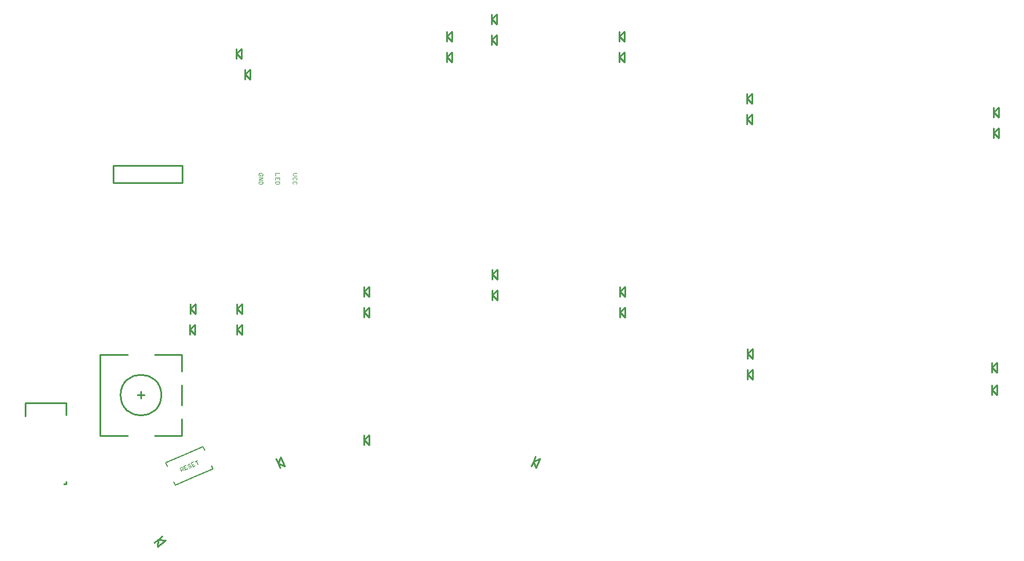
<source format=gto>
G04*
G04 #@! TF.GenerationSoftware,Altium Limited,Altium Designer,21.0.8 (223)*
G04*
G04 Layer_Color=65535*
%FSLAX25Y25*%
%MOIN*%
G70*
G04*
G04 #@! TF.SameCoordinates,8E13090D-DBD1-43B5-9963-361C11C34DB8*
G04*
G04*
G04 #@! TF.FilePolarity,Positive*
G04*
G01*
G75*
%ADD10C,0.01000*%
%ADD11C,0.00591*%
%ADD12C,0.00394*%
D10*
X132811Y199000D02*
G03*
X132811Y199000I-11811J0D01*
G01*
X76165Y147307D02*
X77543D01*
Y148685D01*
Y187465D02*
Y194551D01*
X53921Y186874D02*
Y194551D01*
X77543D01*
X145000Y322000D02*
Y332000D01*
X105000D02*
X145000D01*
X105000Y322000D02*
Y332000D01*
Y322000D02*
X145000D01*
X181425Y385000D02*
Y385000D01*
X184378Y387953D01*
Y382047D02*
Y387953D01*
X181425Y385000D02*
X184378Y382047D01*
X181425Y385000D02*
Y387953D01*
Y382047D02*
Y385000D01*
X324425Y405000D02*
Y405000D01*
X327378Y407953D01*
Y402047D02*
Y407953D01*
X324425Y405000D02*
X327378Y402047D01*
X324425Y405000D02*
Y407953D01*
Y402047D02*
Y405000D01*
X298425Y395000D02*
Y395000D01*
X301378Y397953D01*
Y392047D02*
Y397953D01*
X298425Y395000D02*
X301378Y392047D01*
X298425Y395000D02*
Y397953D01*
Y392047D02*
Y395000D01*
X324425Y417000D02*
Y417000D01*
X327378Y419953D01*
Y414047D02*
Y419953D01*
X324425Y417000D02*
X327378Y414047D01*
X324425Y417000D02*
Y419953D01*
Y414047D02*
Y417000D01*
X298425Y407000D02*
Y407000D01*
X301378Y409953D01*
Y404047D02*
Y409953D01*
X298425Y407000D02*
X301378Y404047D01*
X298425Y407000D02*
Y409953D01*
Y404047D02*
Y407000D01*
X176425Y397000D02*
Y397000D01*
X179378Y399953D01*
Y394047D02*
Y399953D01*
X176425Y397000D02*
X179378Y394047D01*
X176425Y397000D02*
Y399953D01*
Y394047D02*
Y397000D01*
X250425Y259000D02*
Y259000D01*
X253378Y261953D01*
Y256047D02*
Y261953D01*
X250425Y259000D02*
X253378Y256047D01*
X250425Y259000D02*
Y261953D01*
Y256047D02*
Y259000D01*
X200550Y159385D02*
Y159385D01*
X202115Y163256D01*
X204422Y157820D01*
X200550Y159385D02*
X204422Y157820D01*
X199397Y162103D02*
X200550Y159385D01*
Y159385D02*
X201704Y156667D01*
X130988Y115206D02*
X130988D01*
X135148Y114842D01*
X130624Y111046D02*
X135148Y114842D01*
X130624Y111046D02*
X130988Y115206D01*
X130988Y115206D02*
X133250Y117104D01*
X128726Y113308D02*
X130988Y115206D01*
X144622Y212779D02*
Y222622D01*
X128874D02*
X144622D01*
X121000Y197031D02*
Y200969D01*
X119032Y199000D02*
X122968D01*
X144622Y175378D02*
Y185221D01*
X128874Y175378D02*
X144622D01*
Y193095D02*
Y204906D01*
X97378Y222622D02*
X113126D01*
X97378Y175378D02*
X113126D01*
X97378D02*
Y222622D01*
X250425Y173000D02*
Y173000D01*
X253378Y175953D01*
Y170047D02*
Y175953D01*
X250425Y173000D02*
X253378Y170047D01*
X250425Y173000D02*
Y175953D01*
Y170047D02*
Y173000D01*
X176732Y249000D02*
Y249000D01*
X179685Y251953D01*
Y246047D02*
Y251953D01*
X176732Y249000D02*
X179685Y246047D01*
X176732Y249000D02*
Y251953D01*
Y246047D02*
Y249000D01*
X149732Y249000D02*
Y249000D01*
X152685Y251953D01*
Y246047D02*
Y251953D01*
X149732Y249000D02*
X152685Y246047D01*
X149732Y249000D02*
Y251953D01*
Y246047D02*
Y249000D01*
X149425Y237000D02*
Y237000D01*
X152378Y239953D01*
Y234047D02*
Y239953D01*
X149425Y237000D02*
X152378Y234047D01*
X149425Y237000D02*
Y239953D01*
Y234047D02*
Y237000D01*
X176732Y237000D02*
Y237000D01*
X179685Y239953D01*
Y234047D02*
Y239953D01*
X176732Y237000D02*
X179685Y234047D01*
X176732Y237000D02*
Y239953D01*
Y234047D02*
Y237000D01*
X250425Y247000D02*
Y247000D01*
X253378Y249953D01*
Y244047D02*
Y249953D01*
X250425Y247000D02*
X253378Y244047D01*
X250425Y247000D02*
Y249953D01*
Y244047D02*
Y247000D01*
X324732Y257000D02*
Y257000D01*
X327685Y259953D01*
Y254047D02*
Y259953D01*
X324732Y257000D02*
X327685Y254047D01*
X324732Y257000D02*
Y259953D01*
Y254047D02*
Y257000D01*
X472425Y359000D02*
Y359000D01*
X475378Y361953D01*
Y356047D02*
Y361953D01*
X472425Y359000D02*
X475378Y356047D01*
X472425Y359000D02*
Y361953D01*
Y356047D02*
Y359000D01*
X398425Y395000D02*
Y395000D01*
X401378Y397953D01*
Y392047D02*
Y397953D01*
X398425Y395000D02*
X401378Y392047D01*
X398425Y395000D02*
Y397953D01*
Y392047D02*
Y395000D01*
X398732Y247000D02*
Y247000D01*
X401685Y249953D01*
Y244047D02*
Y249953D01*
X398732Y247000D02*
X401685Y244047D01*
X398732Y247000D02*
Y249953D01*
Y244047D02*
Y247000D01*
X472732Y211000D02*
Y211000D01*
X475685Y213953D01*
Y208047D02*
Y213953D01*
X472732Y211000D02*
X475685Y208047D01*
X472732Y211000D02*
Y213953D01*
Y208047D02*
Y211000D01*
X348550Y160615D02*
Y160615D01*
X352422Y162180D01*
X350115Y156744D02*
X352422Y162180D01*
X348550Y160615D02*
X350115Y156744D01*
X348550Y160615D02*
X349704Y163333D01*
X347397Y157897D02*
X348550Y160615D01*
X398732Y259000D02*
Y259000D01*
X401685Y261953D01*
Y256047D02*
Y261953D01*
X398732Y259000D02*
X401685Y256047D01*
X398732Y259000D02*
Y261953D01*
Y256047D02*
Y259000D01*
X324732Y269000D02*
Y269000D01*
X327685Y271953D01*
Y266047D02*
Y271953D01*
X324732Y269000D02*
X327685Y266047D01*
X324732Y269000D02*
Y271953D01*
Y266047D02*
Y269000D01*
X398425Y407000D02*
Y407000D01*
X401378Y409953D01*
Y404047D02*
Y409953D01*
X398425Y407000D02*
X401378Y404047D01*
X398425Y407000D02*
Y409953D01*
Y404047D02*
Y407000D01*
X472425Y371000D02*
Y371000D01*
X475378Y373953D01*
Y368047D02*
Y373953D01*
X472425Y371000D02*
X475378Y368047D01*
X472425Y371000D02*
Y373953D01*
Y368047D02*
Y371000D01*
X615425Y363000D02*
Y363000D01*
X618378Y365953D01*
Y360047D02*
Y365953D01*
X615425Y363000D02*
X618378Y360047D01*
X615425Y363000D02*
Y365953D01*
Y360047D02*
Y363000D01*
Y351000D02*
Y351000D01*
X618378Y353953D01*
Y348047D02*
Y353953D01*
X615425Y351000D02*
X618378Y348047D01*
X615425Y351000D02*
Y353953D01*
Y348047D02*
Y351000D01*
X472732Y223000D02*
Y223000D01*
X475685Y225953D01*
Y220047D02*
Y225953D01*
X472732Y223000D02*
X475685Y220047D01*
X472732Y223000D02*
Y225953D01*
Y220047D02*
Y223000D01*
X614425Y215000D02*
Y215000D01*
X617378Y217953D01*
Y212047D02*
Y217953D01*
X614425Y215000D02*
X617378Y212047D01*
X614425Y215000D02*
Y217953D01*
Y212047D02*
Y215000D01*
Y202000D02*
Y202000D01*
X617378Y204953D01*
Y199047D02*
Y204953D01*
X614425Y202000D02*
X617378Y199047D01*
X614425Y202000D02*
Y204953D01*
Y199047D02*
Y202000D01*
D11*
X157103Y169138D02*
X157949Y167145D01*
X140897Y146862D02*
X151769Y151477D01*
X140051Y148855D02*
X140897Y146862D01*
X151769Y151477D02*
X162641Y156092D01*
X161795Y158085D02*
X162641Y156092D01*
X146231Y164523D02*
X157103Y169138D01*
X135359Y159908D02*
X146231Y164523D01*
X135359Y159908D02*
X136205Y157915D01*
D12*
X144389Y154760D02*
X143467Y156934D01*
X144553Y157395D01*
X145070Y157187D01*
X145377Y156462D01*
X145169Y155946D01*
X144082Y155485D01*
X144806Y155792D02*
X145838Y155375D01*
X147090Y158472D02*
X145640Y157857D01*
X146563Y155683D01*
X148012Y156298D01*
X146102Y156770D02*
X146826Y157077D01*
X149417Y159032D02*
X148901Y159241D01*
X148176Y158933D01*
X147968Y158417D01*
X148122Y158055D01*
X148638Y157846D01*
X149362Y158154D01*
X149878Y157945D01*
X150032Y157583D01*
X149824Y157067D01*
X149099Y156759D01*
X148583Y156968D01*
X151437Y160317D02*
X149988Y159702D01*
X150910Y157528D01*
X152360Y158143D01*
X150449Y158615D02*
X151174Y158923D01*
X152162Y160625D02*
X153611Y161240D01*
X152886Y160932D01*
X153809Y158758D01*
X211180Y327630D02*
X209606D01*
X208819Y326843D01*
X209606Y326056D01*
X211180D01*
X210787Y323694D02*
X211180Y324088D01*
Y324875D01*
X210787Y325269D01*
X209212D01*
X208819Y324875D01*
Y324088D01*
X209212Y323694D01*
X210787Y321333D02*
X211180Y321726D01*
Y322514D01*
X210787Y322907D01*
X209212D01*
X208819Y322514D01*
Y321726D01*
X209212Y321333D01*
X201338Y327630D02*
X198976D01*
Y326056D01*
X201338Y323694D02*
Y325269D01*
X198976D01*
Y323694D01*
X200157Y325269D02*
Y324481D01*
X201338Y322907D02*
X198976D01*
Y321726D01*
X199370Y321333D01*
X200944D01*
X201338Y321726D01*
Y322907D01*
X191102Y326056D02*
X191495Y326449D01*
Y327236D01*
X191102Y327630D01*
X189527D01*
X189134Y327236D01*
Y326449D01*
X189527Y326056D01*
X190315D01*
Y326843D01*
X189134Y325269D02*
X191495D01*
X189134Y323694D01*
X191495D01*
Y322907D02*
X189134D01*
Y321726D01*
X189527Y321333D01*
X191102D01*
X191495Y321726D01*
Y322907D01*
M02*

</source>
